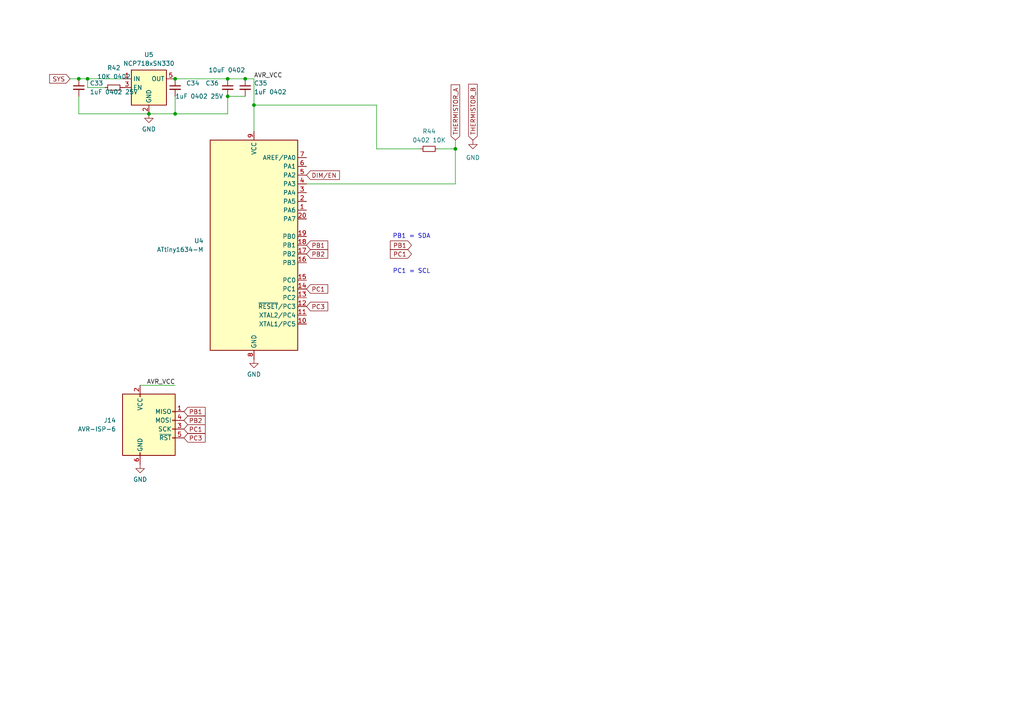
<source format=kicad_sch>
(kicad_sch (version 20231120) (generator "eeschema") (generator_version "8.0")
  (paper "A4")
  (lib_symbols
    (symbol "Connector:AVR-ISP-6" (pin_names (offset 1.016))
      (property "Reference" "J" (at -6.35 11.43 0))
      (property "Value" "AVR-ISP-6" (at 0 11.43 0))
      (symbol "AVR-ISP-6_0_1"
        (rectangle (start -2.667 -6.858) (end -2.413 -7.62))
        (rectangle (start -2.667 10.16) (end -2.413 9.398))
        (rectangle (start 7.62 -2.413) (end 6.858 -2.667))
        (rectangle (start 7.62 0.127) (end 6.858 -0.127))
        (rectangle (start 7.62 2.667) (end 6.858 2.413))
        (rectangle (start 7.62 5.207) (end 6.858 4.953))
        (rectangle (start 7.62 10.16) (end -7.62 -7.62) (stroke (width 0.254)) (fill (type background)))
      )
      (symbol "AVR-ISP-6_1_1"
        (pin passive line (at 10.16 5.08 180) (length 2.54) (name "MISO") (number "1"))
        (pin passive line (at -2.54 12.7 270) (length 2.54) (name "VCC") (number "2"))
        (pin passive line (at 10.16 0 180) (length 2.54) (name "SCK") (number "3"))
        (pin passive line (at 10.16 2.54 180) (length 2.54) (name "MOSI") (number "4"))
        (pin passive line (at 10.16 -2.54 180) (length 2.54) (name "~{RST}") (number "5"))
        (pin passive line (at -2.54 -10.16 90) (length 2.54) (name "GND") (number "6"))
      )
    )
    (symbol "Device:C_Small" (pin_numbers hide) (pin_names (offset 0.254) hide)
      (property "Reference" "C" (at 0.254 1.778 0))
      (property "Value" "C_Small" (at 0.254 -2.032 0))
      (symbol "C_Small_0_1"
        (polyline (pts (xy -1.524 -0.508) (xy 1.524 -0.508)) (stroke (width 0.3302)))
        (polyline (pts (xy -1.524 0.508) (xy 1.524 0.508)) (stroke (width 0.3048)))
      )
      (symbol "C_Small_1_1"
        (pin passive line (at 0 2.54 270) (length 2.032) (name "~") (number "1"))
        (pin passive line (at 0 -2.54 90) (length 2.032) (name "~") (number "2"))
      )
    )
    (symbol "Device:R_Small" (pin_numbers hide) (pin_names (offset 0.254) hide)
      (property "Reference" "R" (at 0.762 0.508 0))
      (property "Value" "R_Small" (at 0.762 -1.016 0))
      (symbol "R_Small_0_1"
        (rectangle (start -0.762 1.778) (end 0.762 -1.778) (stroke (width 0.2032)))
      )
      (symbol "R_Small_1_1"
        (pin passive line (at 0 2.54 270) (length 0.762) (name "~") (number "1"))
        (pin passive line (at 0 -2.54 90) (length 0.762) (name "~") (number "2"))
      )
    )
    (symbol "MCU_Microchip_ATtiny:ATtiny1634-M"
      (property "Reference" "U" (at -12.7 31.75 0))
      (property "Value" "ATtiny1634-M" (at 2.54 -31.75 0))
      (symbol "ATtiny1634-M_0_1"
        (rectangle (start -12.7 -30.48) (end 12.7 30.48) (stroke (width 0.254)) (fill (type background)))
      )
      (symbol "ATtiny1634-M_1_1"
        (pin bidirectional line (at 15.24 10.16 180) (length 2.54) (name "PA6") (number "1"))
        (pin bidirectional line (at 15.24 -22.86 180) (length 2.54) (name "XTAL1/PC5") (number "10"))
        (pin bidirectional line (at 15.24 -20.32 180) (length 2.54) (name "XTAL2/PC4") (number "11"))
        (pin bidirectional line (at 15.24 -17.78 180) (length 2.54) (name "~{RESET}/PC3") (number "12"))
        (pin bidirectional line (at 15.24 -15.24 180) (length 2.54) (name "PC2") (number "13"))
        (pin bidirectional line (at 15.24 -12.7 180) (length 2.54) (name "PC1") (number "14"))
        (pin bidirectional line (at 15.24 -10.16 180) (length 2.54) (name "PC0") (number "15"))
        (pin bidirectional line (at 15.24 -5.08 180) (length 2.54) (name "PB3") (number "16"))
        (pin bidirectional line (at 15.24 -2.54 180) (length 2.54) (name "PB2") (number "17"))
        (pin bidirectional line (at 15.24 0 180) (length 2.54) (name "PB1") (number "18"))
        (pin bidirectional line (at 15.24 2.54 180) (length 2.54) (name "PB0") (number "19"))
        (pin bidirectional line (at 15.24 12.7 180) (length 2.54) (name "PA5") (number "2"))
        (pin bidirectional line (at 15.24 7.62 180) (length 2.54) (name "PA7") (number "20"))
        (pin passive line (at 0 -33.02 90) (length 2.54) hide (name "GND") (number "21"))
        (pin bidirectional line (at 15.24 15.24 180) (length 2.54) (name "PA4") (number "3"))
        (pin bidirectional line (at 15.24 17.78 180) (length 2.54) (name "PA3") (number "4"))
        (pin bidirectional line (at 15.24 20.32 180) (length 2.54) (name "PA2") (number "5"))
        (pin bidirectional line (at 15.24 22.86 180) (length 2.54) (name "PA1") (number "6"))
        (pin bidirectional line (at 15.24 25.4 180) (length 2.54) (name "AREF/PA0") (number "7"))
        (pin power_in line (at 0 -33.02 90) (length 2.54) (name "GND") (number "8"))
        (pin power_in line (at 0 33.02 270) (length 2.54) (name "VCC") (number "9"))
      )
    )
    (symbol "Regulator_Linear:NCP718xSN330"
      (property "Reference" "U" (at -3.81 6.35 0))
      (property "Value" "NCP718xSN330" (at 6.35 6.35 0))
      (symbol "NCP718xSN330_0_1"
        (rectangle (start -5.08 -5.08) (end 5.08 5.08) (stroke (width 0.254)) (fill (type background)))
        (pin power_in line (at -7.62 2.54 0) (length 2.54) (name "IN") (number "1"))
        (pin power_in line (at 0 -7.62 90) (length 2.54) (name "GND") (number "2"))
        (pin input line (at -7.62 0 0) (length 2.54) (name "EN") (number "3"))
        (pin no_connect line (at 5.08 0 180) (length 2.54) hide (name "NC") (number "4"))
        (pin power_out line (at 7.62 2.54 180) (length 2.54) (name "OUT") (number "5"))
      )
    )
    (symbol "power:GND" (power) (pin_numbers hide) (pin_names (offset 0) hide)
      (property "Value" "GND" (at 0 -3.81 0))
      (symbol "GND_0_1"
        (polyline (pts (xy 0 0) (xy 0 -1.27) (xy 1.27 -1.27) (xy 0 -2.54) (xy -1.27 -1.27) (xy 0 -1.27)))
      )
      (symbol "GND_1_1"
        (pin power_in line (at 0 0 270) (length 0) (name "~") (number "1"))
      )
    )
  )
  (junction (at 43.18 33.02))
  (junction (at 50.8 33.02))
  (junction (at 50.8 22.86))
  (junction (at 73.66 30.48))
  (junction (at 25.4 22.86))
  (junction (at 71.12 22.86))
  (junction (at 66.04 27.94))
  (junction (at 66.04 22.86))
  (junction (at 22.86 22.86))
  (junction (at 132.08 43.18))
  (wire (pts (xy 30.48 25.4) (xy 25.4 25.4)))
  (wire (pts (xy 25.4 22.86) (xy 35.56 22.86)))
  (wire (pts (xy 50.8 22.86) (xy 66.04 22.86)))
  (wire (pts (xy 66.04 22.86) (xy 71.12 22.86)))
  (wire (pts (xy 73.66 30.48) (xy 73.66 38.1)))
  (wire (pts (xy 71.12 22.86) (xy 73.66 22.86)))
  (wire (pts (xy 132.08 53.34) (xy 132.08 43.18)))
  (wire (pts (xy 50.8 111.76) (xy 40.64 111.76)))
  (wire (pts (xy 66.04 27.94) (xy 71.12 27.94)))
  (wire (pts (xy 109.22 43.18) (xy 109.22 30.48)))
  (wire (pts (xy 50.8 33.02) (xy 43.18 33.02)))
  (wire (pts (xy 127 43.18) (xy 132.08 43.18)))
  (wire (pts (xy 22.86 22.86) (xy 25.4 22.86)))
  (wire (pts (xy 20.32 22.86) (xy 22.86 22.86)))
  (wire (pts (xy 66.04 33.02) (xy 50.8 33.02)))
  (wire (pts (xy 132.08 43.18) (xy 132.08 40.64)))
  (wire (pts (xy 121.92 43.18) (xy 109.22 43.18)))
  (wire (pts (xy 66.04 27.94) (xy 66.04 33.02)))
  (wire (pts (xy 73.66 22.86) (xy 73.66 30.48)))
  (wire (pts (xy 50.8 27.94) (xy 50.8 33.02)))
  (wire (pts (xy 25.4 25.4) (xy 25.4 22.86)))
  (wire (pts (xy 109.22 30.48) (xy 73.66 30.48)))
  (wire (pts (xy 22.86 27.94) (xy 22.86 33.02)))
  (wire (pts (xy 22.86 33.02) (xy 43.18 33.02)))
  (wire (pts (xy 88.9 53.34) (xy 132.08 53.34)))
  (text "PB1 = SDA" (at 119.38 68.58 0) (effects (font (size 1.27 1.27))))
  (text "PC1 = SCL" (at 119.38 78.74 0) (effects (font (size 1.27 1.27))))
  (label "AVR_VCC" (at 73.66 22.86 0))
  (label "AVR_VCC" (at 50.8 111.76 180))
  (global_label "PB2" (shape input) (at 88.9 73.66 0) (property "Intersheetrefs" "${INTERSHEET_REFS}" (effects (hide yes))))
  (global_label "DIM{slash}EN" (shape input) (at 88.9 50.8 0) (property "Intersheetrefs" "${INTERSHEET_REFS}" (effects (hide yes))))
  (global_label "SYS" (shape input) (at 20.32 22.86 180) (property "Intersheetrefs" "${INTERSHEET_REFS}" (effects (hide yes))))
  (global_label "PC1" (shape input) (at 119.38 73.66 180) (property "Intersheetrefs" "${INTERSHEET_REFS}" (effects (hide yes))))
  (global_label "PB1" (shape input) (at 53.34 119.38 0) (property "Intersheetrefs" "${INTERSHEET_REFS}" (effects (hide yes))))
  (global_label "PC3" (shape input) (at 53.34 127 0) (property "Intersheetrefs" "${INTERSHEET_REFS}" (effects (hide yes))))
  (global_label "PB1" (shape input) (at 119.38 71.12 180) (property "Intersheetrefs" "${INTERSHEET_REFS}" (effects (hide yes))))
  (global_label "PC3" (shape input) (at 88.9 88.9 0) (property "Intersheetrefs" "${INTERSHEET_REFS}" (effects (hide yes))))
  (global_label "PB2" (shape input) (at 53.34 121.92 0) (property "Intersheetrefs" "${INTERSHEET_REFS}" (effects (hide yes))))
  (global_label "PB1" (shape input) (at 88.9 71.12 0) (property "Intersheetrefs" "${INTERSHEET_REFS}" (effects (hide yes))))
  (global_label "PC1" (shape input) (at 88.9 83.82 0) (property "Intersheetrefs" "${INTERSHEET_REFS}" (effects (hide yes))))
  (global_label "PC1" (shape input) (at 53.34 124.46 0) (property "Intersheetrefs" "${INTERSHEET_REFS}" (effects (hide yes))))
  (global_label "THERMISTOR_B" (shape input) (at 137.16 40.64 90) (property "Intersheetrefs" "${INTERSHEET_REFS}" (effects (hide yes))))
  (global_label "THERMISTOR_A" (shape input) (at 132.08 40.64 90) (property "Intersheetrefs" "${INTERSHEET_REFS}" (effects (hide yes))))
  (symbol (lib_id "Regulator_Linear:NCP718xSN330") (at 43.18 25.4 0) (unit 1)
    (property "Reference" "U5" (at 43.18 15.875 0))
    (property "Value" "NCP718xSN330" (at 43.18 18.415 0))
    (property "Footprint" "Package_TO_SOT_SMD:SOT-23-5" (effects (hide yes)))
    (property "Datasheet" "https://www.onsemi.com/pub/Collateral/NCP718-D.PDF" (effects (hide yes)))
    (property "Description" "300-mA, Wide Input Voltage, Low-IQ LDO, 3.3V, SOT-23" (effects (hide yes)))
  )
  (symbol (lib_id "power:GND") (at 137.16 40.64 0) (unit 1)
    (property "Reference" "#PWR035" (effects (hide yes)))
    (property "Value" "GND" (at 137.16 45.72 0))
    (property "Description" "Power symbol creates a global label with name \"GND\" , ground" (effects (hide yes)))
  )
  (symbol (lib_id "power:GND") (at 43.18 33.02 0) (unit 1)
    (property "Reference" "#PWR032" (effects (hide yes)))
    (property "Value" "GND" (at 43.18 37.465 0))
    (property "Description" "Power symbol creates a global label with name \"GND\" , ground" (effects (hide yes)))
  )
  (symbol (lib_id "Device:C_Small") (at 71.12 25.4 0) (unit 1)
    (property "Reference" "C35" (at 73.66 24.1362 0) (effects (justify left)))
    (property "Value" "1uF 0402" (at 73.66 26.6762 0) (effects (justify left)))
    (property "Description" "Unpolarized capacitor, small symbol" (effects (hide yes)))
  )
  (symbol (lib_id "power:GND") (at 73.66 104.14 0) (unit 1)
    (property "Reference" "#PWR033" (effects (hide yes)))
    (property "Value" "GND" (at 73.66 108.585 0))
    (property "Description" "Power symbol creates a global label with name \"GND\" , ground" (effects (hide yes)))
  )
  (symbol (lib_id "Device:C_Small") (at 22.86 25.4 0) (unit 1)
    (property "Reference" "C33" (at 26.035 24.1362 0) (effects (justify left)))
    (property "Value" "1uF 0402 25V" (at 26.035 26.6762 0) (effects (justify left)))
    (property "Footprint" "Capacitor_SMD:C_0402_1005Metric" (effects (hide yes)))
    (property "Description" "Unpolarized capacitor, small symbol" (effects (hide yes)))
  )
  (symbol (lib_id "Device:C_Small") (at 66.04 25.4 0) (mirror y) (unit 1)
    (property "Reference" "C36" (at 63.5 24.1362 0) (effects (justify left)))
    (property "Value" "10uF 0402" (at 71.12 20.32 0) (effects (justify left)))
    (property "Description" "Unpolarized capacitor, small symbol" (effects (hide yes)))
  )
  (symbol (lib_id "Device:R_Small") (at 33.02 25.4 90) (unit 1)
    (property "Reference" "R42" (at 33.02 19.685 90))
    (property "Value" "10K 0402" (at 33.02 22.225 90))
    (property "Footprint" "Resistor_SMD:R_0402_1005Metric" (effects (hide yes)))
    (property "Description" "Resistor, small symbol" (effects (hide yes)))
  )
  (symbol (lib_id "MCU_Microchip_ATtiny:ATtiny1634-M") (at 73.66 71.12 0) (unit 1)
    (property "Reference" "U4" (at 59.055 69.8499 0) (effects (justify right)))
    (property "Value" "ATtiny1634-M" (at 59.055 72.3899 0) (effects (justify right)))
    (property "Footprint" "Package_DFN_QFN:QFN-20-1EP_4x4mm_P0.5mm_EP2.6x2.6mm" (effects (hide yes)))
    (property "Datasheet" "http://ww1.microchip.com/downloads/en/DeviceDoc/Atmel-8303-8-bit-AVR-Microcontroller-tinyAVR-ATtiny1634_Datasheet.pdf" (effects (hide yes)))
    (property "Description" "12MHz, 16kB Flash, 1kB SRAM, 256B EEPROM, ADC, ACI, debugWIRE, QFN-20" (effects (hide yes)))
  )
  (symbol (lib_id "Device:C_Small") (at 50.8 25.4 0) (unit 1)
    (property "Reference" "C34" (at 53.975 24.1362 0) (effects (justify left)))
    (property "Value" "1uF 0402 25V" (at 50.8 27.94 0) (effects (justify left)))
    (property "Footprint" "Capacitor_SMD:C_0402_1005Metric" (effects (hide yes)))
    (property "Description" "Unpolarized capacitor, small symbol" (effects (hide yes)))
  )
  (symbol (lib_id "Connector:AVR-ISP-6") (at 43.18 124.46 0) (unit 1)
    (property "Reference" "J14" (at 33.655 121.9199 0) (effects (justify right)))
    (property "Value" "AVR-ISP-6" (at 33.655 124.4599 0) (effects (justify right)))
    (property "Footprint" "Connector_IDC:IDC-Header_2x03_P2.54mm_Vertical" (effects (hide yes)))
    (property "Description" "Atmel 6-pin ISP connector" (effects (hide yes)))
  )
  (symbol (lib_id "Device:R_Small") (at 124.46 43.18 90) (unit 1)
    (property "Reference" "R44" (at 124.46 38.1 90))
    (property "Value" "0402 10K" (at 124.46 40.64 90))
    (property "Footprint" "Resistor_SMD:R_0402_1005Metric" (effects (hide yes)))
    (property "Description" "Resistor, small symbol" (effects (hide yes)))
  )
  (symbol (lib_id "power:GND") (at 40.64 134.62 0) (unit 1)
    (property "Reference" "#PWR034" (effects (hide yes)))
    (property "Value" "GND" (at 40.64 139.065 0))
    (property "Description" "Power symbol creates a global label with name \"GND\" , ground" (effects (hide yes)))
  )
)
</source>
